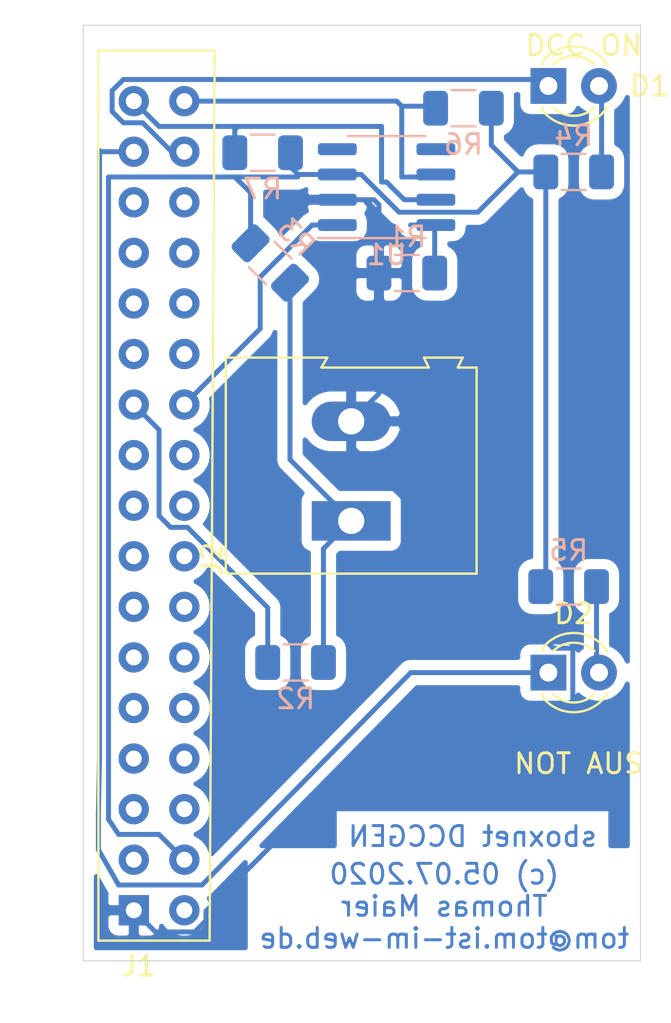
<source format=kicad_pcb>
(kicad_pcb (version 20171130) (host pcbnew 5.1.6-c6e7f7d~86~ubuntu18.04.1)

  (general
    (thickness 1.6)
    (drawings 8)
    (tracks 98)
    (zones 0)
    (modules 12)
    (nets 41)
  )

  (page A4)
  (layers
    (0 F.Cu signal)
    (31 B.Cu signal)
    (32 B.Adhes user)
    (33 F.Adhes user)
    (34 B.Paste user)
    (35 F.Paste user)
    (36 B.SilkS user)
    (37 F.SilkS user)
    (38 B.Mask user)
    (39 F.Mask user)
    (40 Dwgs.User user)
    (41 Cmts.User user)
    (42 Eco1.User user)
    (43 Eco2.User user)
    (44 Edge.Cuts user)
    (45 Margin user)
    (46 B.CrtYd user)
    (47 F.CrtYd user)
    (48 B.Fab user)
    (49 F.Fab user)
  )

  (setup
    (last_trace_width 0.25)
    (trace_clearance 0.2)
    (zone_clearance 0.508)
    (zone_45_only no)
    (trace_min 0.2)
    (via_size 0.8)
    (via_drill 0.4)
    (via_min_size 0.4)
    (via_min_drill 0.3)
    (uvia_size 0.3)
    (uvia_drill 0.1)
    (uvias_allowed no)
    (uvia_min_size 0.2)
    (uvia_min_drill 0.1)
    (edge_width 0.05)
    (segment_width 0.2)
    (pcb_text_width 0.3)
    (pcb_text_size 1.5 1.5)
    (mod_edge_width 0.12)
    (mod_text_size 1 1)
    (mod_text_width 0.15)
    (pad_size 1.524 1.524)
    (pad_drill 0.762)
    (pad_to_mask_clearance 0.051)
    (solder_mask_min_width 0.25)
    (aux_axis_origin 0 0)
    (visible_elements FFFFFF7F)
    (pcbplotparams
      (layerselection 0x010fc_ffffffff)
      (usegerberextensions false)
      (usegerberattributes false)
      (usegerberadvancedattributes false)
      (creategerberjobfile false)
      (excludeedgelayer true)
      (linewidth 0.100000)
      (plotframeref false)
      (viasonmask false)
      (mode 1)
      (useauxorigin false)
      (hpglpennumber 1)
      (hpglpenspeed 20)
      (hpglpendiameter 15.000000)
      (psnegative false)
      (psa4output false)
      (plotreference true)
      (plotvalue true)
      (plotinvisibletext false)
      (padsonsilk false)
      (subtractmaskfromsilk false)
      (outputformat 1)
      (mirror false)
      (drillshape 1)
      (scaleselection 1)
      (outputdirectory ""))
  )

  (net 0 "")
  (net 1 "Net-(D1-Pad2)")
  (net 2 PD6)
  (net 3 "Net-(D2-Pad2)")
  (net 4 PD7)
  (net 5 DCC_B)
  (net 6 "Net-(J1-Pad30)")
  (net 7 "Net-(J1-Pad28)")
  (net 8 "Net-(J1-Pad26)")
  (net 9 "Net-(J1-Pad24)")
  (net 10 Notaus)
  (net 11 DCC_A)
  (net 12 "Net-(J1-Pad29)")
  (net 13 "Net-(J1-Pad27)")
  (net 14 "Net-(J1-Pad25)")
  (net 15 "Net-(J1-Pad23)")
  (net 16 D)
  (net 17 "Net-(J1-Pad20)")
  (net 18 "Net-(J1-Pad19)")
  (net 19 "Net-(J1-Pad18)")
  (net 20 "Net-(J1-Pad17)")
  (net 21 "Net-(J1-Pad16)")
  (net 22 "Net-(J1-Pad15)")
  (net 23 "Net-(J1-Pad14)")
  (net 24 "Net-(J1-Pad13)")
  (net 25 "Net-(J1-Pad12)")
  (net 26 "Net-(J1-Pad11)")
  (net 27 "Net-(J1-Pad10)")
  (net 28 "Net-(J1-Pad9)")
  (net 29 "Net-(J1-Pad8)")
  (net 30 "Net-(J1-Pad7)")
  (net 31 "Net-(J1-Pad6)")
  (net 32 "Net-(J1-Pad5)")
  (net 33 "Net-(J1-Pad4)")
  (net 34 +3V3)
  (net 35 GND)
  (net 36 "Net-(J1-Pad1)")
  (net 37 "Net-(J2-Pad1)")
  (net 38 "Net-(R1-Pad1)")
  (net 39 "Net-(U1-Pad5)")
  (net 40 "Net-(U1-Pad4)")

  (net_class Default "This is the default net class."
    (clearance 0.2)
    (trace_width 0.25)
    (via_dia 0.8)
    (via_drill 0.4)
    (uvia_dia 0.3)
    (uvia_drill 0.1)
    (add_net +3V3)
    (add_net D)
    (add_net DCC_A)
    (add_net DCC_B)
    (add_net GND)
    (add_net "Net-(D1-Pad2)")
    (add_net "Net-(D2-Pad2)")
    (add_net "Net-(J1-Pad1)")
    (add_net "Net-(J1-Pad10)")
    (add_net "Net-(J1-Pad11)")
    (add_net "Net-(J1-Pad12)")
    (add_net "Net-(J1-Pad13)")
    (add_net "Net-(J1-Pad14)")
    (add_net "Net-(J1-Pad15)")
    (add_net "Net-(J1-Pad16)")
    (add_net "Net-(J1-Pad17)")
    (add_net "Net-(J1-Pad18)")
    (add_net "Net-(J1-Pad19)")
    (add_net "Net-(J1-Pad20)")
    (add_net "Net-(J1-Pad23)")
    (add_net "Net-(J1-Pad24)")
    (add_net "Net-(J1-Pad25)")
    (add_net "Net-(J1-Pad26)")
    (add_net "Net-(J1-Pad27)")
    (add_net "Net-(J1-Pad28)")
    (add_net "Net-(J1-Pad29)")
    (add_net "Net-(J1-Pad30)")
    (add_net "Net-(J1-Pad4)")
    (add_net "Net-(J1-Pad5)")
    (add_net "Net-(J1-Pad6)")
    (add_net "Net-(J1-Pad7)")
    (add_net "Net-(J1-Pad8)")
    (add_net "Net-(J1-Pad9)")
    (add_net "Net-(J2-Pad1)")
    (add_net "Net-(R1-Pad1)")
    (add_net "Net-(U1-Pad4)")
    (add_net "Net-(U1-Pad5)")
    (add_net Notaus)
    (add_net PD6)
    (add_net PD7)
  )

  (module Resistor_SMD:R_1206_3216Metric (layer B.Cu) (tedit 5B301BBD) (tstamp 5F089899)
    (at 35.684 55.9308)
    (descr "Resistor SMD 1206 (3216 Metric), square (rectangular) end terminal, IPC_7351 nominal, (Body size source: http://www.tortai-tech.com/upload/download/2011102023233369053.pdf), generated with kicad-footprint-generator")
    (tags resistor)
    (path /5F088297)
    (attr smd)
    (fp_text reference R7 (at 0 1.82) (layer B.SilkS)
      (effects (font (size 1 1) (thickness 0.15)) (justify mirror))
    )
    (fp_text value 120 (at 0 -1.82) (layer B.Fab)
      (effects (font (size 1 1) (thickness 0.15)) (justify mirror))
    )
    (fp_line (start 2.28 -1.12) (end -2.28 -1.12) (layer B.CrtYd) (width 0.05))
    (fp_line (start 2.28 1.12) (end 2.28 -1.12) (layer B.CrtYd) (width 0.05))
    (fp_line (start -2.28 1.12) (end 2.28 1.12) (layer B.CrtYd) (width 0.05))
    (fp_line (start -2.28 -1.12) (end -2.28 1.12) (layer B.CrtYd) (width 0.05))
    (fp_line (start -0.602064 -0.91) (end 0.602064 -0.91) (layer B.SilkS) (width 0.12))
    (fp_line (start -0.602064 0.91) (end 0.602064 0.91) (layer B.SilkS) (width 0.12))
    (fp_line (start 1.6 -0.8) (end -1.6 -0.8) (layer B.Fab) (width 0.1))
    (fp_line (start 1.6 0.8) (end 1.6 -0.8) (layer B.Fab) (width 0.1))
    (fp_line (start -1.6 0.8) (end 1.6 0.8) (layer B.Fab) (width 0.1))
    (fp_line (start -1.6 -0.8) (end -1.6 0.8) (layer B.Fab) (width 0.1))
    (fp_text user %R (at 0.234999 -0.187799) (layer B.Fab)
      (effects (font (size 0.8 0.8) (thickness 0.12)) (justify mirror))
    )
    (pad 2 smd roundrect (at 1.4 0) (size 1.25 1.75) (layers B.Cu B.Paste B.Mask) (roundrect_rratio 0.2)
      (net 34 +3V3))
    (pad 1 smd roundrect (at -1.4 0) (size 1.25 1.75) (layers B.Cu B.Paste B.Mask) (roundrect_rratio 0.2)
      (net 5 DCC_B))
    (model ${KISYS3DMOD}/Resistor_SMD.3dshapes/R_1206_3216Metric.wrl
      (at (xyz 0 0 0))
      (scale (xyz 1 1 1))
      (rotate (xyz 0 0 0))
    )
  )

  (module Resistor_SMD:R_1206_3216Metric (layer B.Cu) (tedit 5B301BBD) (tstamp 5F089888)
    (at 45.7708 53.6956)
    (descr "Resistor SMD 1206 (3216 Metric), square (rectangular) end terminal, IPC_7351 nominal, (Body size source: http://www.tortai-tech.com/upload/download/2011102023233369053.pdf), generated with kicad-footprint-generator")
    (tags resistor)
    (path /5F088916)
    (attr smd)
    (fp_text reference R6 (at 0 1.82) (layer B.SilkS)
      (effects (font (size 1 1) (thickness 0.15)) (justify mirror))
    )
    (fp_text value 120 (at 0 -1.82) (layer B.Fab)
      (effects (font (size 1 1) (thickness 0.15)) (justify mirror))
    )
    (fp_line (start 2.28 -1.12) (end -2.28 -1.12) (layer B.CrtYd) (width 0.05))
    (fp_line (start 2.28 1.12) (end 2.28 -1.12) (layer B.CrtYd) (width 0.05))
    (fp_line (start -2.28 1.12) (end 2.28 1.12) (layer B.CrtYd) (width 0.05))
    (fp_line (start -2.28 -1.12) (end -2.28 1.12) (layer B.CrtYd) (width 0.05))
    (fp_line (start -0.602064 -0.91) (end 0.602064 -0.91) (layer B.SilkS) (width 0.12))
    (fp_line (start -0.602064 0.91) (end 0.602064 0.91) (layer B.SilkS) (width 0.12))
    (fp_line (start 1.6 -0.8) (end -1.6 -0.8) (layer B.Fab) (width 0.1))
    (fp_line (start 1.6 0.8) (end 1.6 -0.8) (layer B.Fab) (width 0.1))
    (fp_line (start -1.6 0.8) (end 1.6 0.8) (layer B.Fab) (width 0.1))
    (fp_line (start -1.6 -0.8) (end -1.6 0.8) (layer B.Fab) (width 0.1))
    (fp_text user %R (at 0 0) (layer B.Fab)
      (effects (font (size 0.8 0.8) (thickness 0.12)) (justify mirror))
    )
    (pad 2 smd roundrect (at 1.4 0) (size 1.25 1.75) (layers B.Cu B.Paste B.Mask) (roundrect_rratio 0.2)
      (net 34 +3V3))
    (pad 1 smd roundrect (at -1.4 0) (size 1.25 1.75) (layers B.Cu B.Paste B.Mask) (roundrect_rratio 0.2)
      (net 11 DCC_A))
    (model ${KISYS3DMOD}/Resistor_SMD.3dshapes/R_1206_3216Metric.wrl
      (at (xyz 0 0 0))
      (scale (xyz 1 1 1))
      (rotate (xyz 0 0 0))
    )
  )

  (module LED_THT:LED_D3.0mm (layer F.Cu) (tedit 587A3A7B) (tstamp 5F02A228)
    (at 50.038 52.578)
    (descr "LED, diameter 3.0mm, 2 pins")
    (tags "LED diameter 3.0mm 2 pins")
    (path /5DD0529F)
    (fp_text reference D1 (at 5.08 0) (layer F.SilkS)
      (effects (font (size 1 1) (thickness 0.15)))
    )
    (fp_text value LED (at 1.27 2.96) (layer F.Fab)
      (effects (font (size 1 1) (thickness 0.15)))
    )
    (fp_circle (center 1.27 0) (end 2.77 0) (layer F.Fab) (width 0.1))
    (fp_line (start -0.23 -1.16619) (end -0.23 1.16619) (layer F.Fab) (width 0.1))
    (fp_line (start -0.29 -1.236) (end -0.29 -1.08) (layer F.SilkS) (width 0.12))
    (fp_line (start -0.29 1.08) (end -0.29 1.236) (layer F.SilkS) (width 0.12))
    (fp_line (start -1.15 -2.25) (end -1.15 2.25) (layer F.CrtYd) (width 0.05))
    (fp_line (start -1.15 2.25) (end 3.7 2.25) (layer F.CrtYd) (width 0.05))
    (fp_line (start 3.7 2.25) (end 3.7 -2.25) (layer F.CrtYd) (width 0.05))
    (fp_line (start 3.7 -2.25) (end -1.15 -2.25) (layer F.CrtYd) (width 0.05))
    (fp_arc (start 1.27 0) (end 0.229039 1.08) (angle -87.9) (layer F.SilkS) (width 0.12))
    (fp_arc (start 1.27 0) (end 0.229039 -1.08) (angle 87.9) (layer F.SilkS) (width 0.12))
    (fp_arc (start 1.27 0) (end -0.29 1.235516) (angle -108.8) (layer F.SilkS) (width 0.12))
    (fp_arc (start 1.27 0) (end -0.29 -1.235516) (angle 108.8) (layer F.SilkS) (width 0.12))
    (fp_arc (start 1.27 0) (end -0.23 -1.16619) (angle 284.3) (layer F.Fab) (width 0.1))
    (pad 2 thru_hole circle (at 2.54 0) (size 1.8 1.8) (drill 0.9) (layers *.Cu *.Mask)
      (net 1 "Net-(D1-Pad2)"))
    (pad 1 thru_hole rect (at 0 0) (size 1.8 1.8) (drill 0.9) (layers *.Cu *.Mask)
      (net 2 PD6))
    (model ${KISYS3DMOD}/LED_THT.3dshapes/LED_D3.0mm.wrl
      (at (xyz 0 0 0))
      (scale (xyz 1 1 1))
      (rotate (xyz 0 0 0))
    )
  )

  (module Resistor_SMD:R_1206_3216Metric (layer B.Cu) (tedit 5B301BBD) (tstamp 5F023EA8)
    (at 51.308 56.896 180)
    (descr "Resistor SMD 1206 (3216 Metric), square (rectangular) end terminal, IPC_7351 nominal, (Body size source: http://www.tortai-tech.com/upload/download/2011102023233369053.pdf), generated with kicad-footprint-generator")
    (tags resistor)
    (path /5DD0451E)
    (attr smd)
    (fp_text reference R4 (at 0 1.82) (layer B.SilkS)
      (effects (font (size 1 1) (thickness 0.15)) (justify mirror))
    )
    (fp_text value 680 (at 0 -1.82) (layer B.Fab)
      (effects (font (size 1 1) (thickness 0.15)) (justify mirror))
    )
    (fp_line (start 2.28 -1.12) (end -2.28 -1.12) (layer B.CrtYd) (width 0.05))
    (fp_line (start 2.28 1.12) (end 2.28 -1.12) (layer B.CrtYd) (width 0.05))
    (fp_line (start -2.28 1.12) (end 2.28 1.12) (layer B.CrtYd) (width 0.05))
    (fp_line (start -2.28 -1.12) (end -2.28 1.12) (layer B.CrtYd) (width 0.05))
    (fp_line (start -0.602064 -0.91) (end 0.602064 -0.91) (layer B.SilkS) (width 0.12))
    (fp_line (start -0.602064 0.91) (end 0.602064 0.91) (layer B.SilkS) (width 0.12))
    (fp_line (start 1.6 -0.8) (end -1.6 -0.8) (layer B.Fab) (width 0.1))
    (fp_line (start 1.6 0.8) (end 1.6 -0.8) (layer B.Fab) (width 0.1))
    (fp_line (start -1.6 0.8) (end 1.6 0.8) (layer B.Fab) (width 0.1))
    (fp_line (start -1.6 -0.8) (end -1.6 0.8) (layer B.Fab) (width 0.1))
    (fp_text user %R (at 0 0) (layer B.Fab)
      (effects (font (size 0.8 0.8) (thickness 0.12)) (justify mirror))
    )
    (pad 2 smd roundrect (at 1.4 0 180) (size 1.25 1.75) (layers B.Cu B.Paste B.Mask) (roundrect_rratio 0.2)
      (net 34 +3V3))
    (pad 1 smd roundrect (at -1.4 0 180) (size 1.25 1.75) (layers B.Cu B.Paste B.Mask) (roundrect_rratio 0.2)
      (net 1 "Net-(D1-Pad2)"))
    (model ${KISYS3DMOD}/Resistor_SMD.3dshapes/R_1206_3216Metric.wrl
      (at (xyz 0 0 0))
      (scale (xyz 1 1 1))
      (rotate (xyz 0 0 0))
    )
  )

  (module LED_THT:LED_D3.0mm (layer F.Cu) (tedit 587A3A7B) (tstamp 5F029C36)
    (at 50.038 82.042)
    (descr "LED, diameter 3.0mm, 2 pins")
    (tags "LED diameter 3.0mm 2 pins")
    (path /5DD061F3)
    (fp_text reference D2 (at 1.27 -2.96) (layer F.SilkS)
      (effects (font (size 1 1) (thickness 0.15)))
    )
    (fp_text value LED (at 1.27 2.96) (layer F.Fab)
      (effects (font (size 1 1) (thickness 0.15)))
    )
    (fp_circle (center 1.27 0) (end 2.77 0) (layer F.Fab) (width 0.1))
    (fp_line (start -0.23 -1.16619) (end -0.23 1.16619) (layer F.Fab) (width 0.1))
    (fp_line (start -0.29 -1.236) (end -0.29 -1.08) (layer F.SilkS) (width 0.12))
    (fp_line (start -0.29 1.08) (end -0.29 1.236) (layer F.SilkS) (width 0.12))
    (fp_line (start -1.15 -2.25) (end -1.15 2.25) (layer F.CrtYd) (width 0.05))
    (fp_line (start -1.15 2.25) (end 3.7 2.25) (layer F.CrtYd) (width 0.05))
    (fp_line (start 3.7 2.25) (end 3.7 -2.25) (layer F.CrtYd) (width 0.05))
    (fp_line (start 3.7 -2.25) (end -1.15 -2.25) (layer F.CrtYd) (width 0.05))
    (fp_arc (start 1.27 0) (end 0.229039 1.08) (angle -87.9) (layer F.SilkS) (width 0.12))
    (fp_arc (start 1.27 0) (end 0.229039 -1.08) (angle 87.9) (layer F.SilkS) (width 0.12))
    (fp_arc (start 1.27 0) (end -0.29 1.235516) (angle -108.8) (layer F.SilkS) (width 0.12))
    (fp_arc (start 1.27 0) (end -0.29 -1.235516) (angle 108.8) (layer F.SilkS) (width 0.12))
    (fp_arc (start 1.27 0) (end -0.23 -1.16619) (angle 284.3) (layer F.Fab) (width 0.1))
    (pad 2 thru_hole circle (at 2.54 0) (size 1.8 1.8) (drill 0.9) (layers *.Cu *.Mask)
      (net 3 "Net-(D2-Pad2)"))
    (pad 1 thru_hole rect (at 0 0) (size 1.8 1.8) (drill 0.9) (layers *.Cu *.Mask)
      (net 4 PD7))
    (model ${KISYS3DMOD}/LED_THT.3dshapes/LED_D3.0mm.wrl
      (at (xyz 0 0 0))
      (scale (xyz 1 1 1))
      (rotate (xyz 0 0 0))
    )
  )

  (module Package_SO:SOIC-8_3.9x4.9mm_P1.27mm (layer B.Cu) (tedit 5C97300E) (tstamp 5DBBD1D0)
    (at 41.91 57.658)
    (descr "SOIC, 8 Pin (JEDEC MS-012AA, https://www.analog.com/media/en/package-pcb-resources/package/pkg_pdf/soic_narrow-r/r_8.pdf), generated with kicad-footprint-generator ipc_gullwing_generator.py")
    (tags "SOIC SO")
    (path /5DCFDCD4)
    (attr smd)
    (fp_text reference U1 (at 0 3.4) (layer B.SilkS)
      (effects (font (size 1 1) (thickness 0.15)) (justify mirror))
    )
    (fp_text value SN65HVD230 (at 0 -3.4) (layer B.Fab)
      (effects (font (size 1 1) (thickness 0.15)) (justify mirror))
    )
    (fp_line (start 3.7 2.7) (end -3.7 2.7) (layer B.CrtYd) (width 0.05))
    (fp_line (start 3.7 -2.7) (end 3.7 2.7) (layer B.CrtYd) (width 0.05))
    (fp_line (start -3.7 -2.7) (end 3.7 -2.7) (layer B.CrtYd) (width 0.05))
    (fp_line (start -3.7 2.7) (end -3.7 -2.7) (layer B.CrtYd) (width 0.05))
    (fp_line (start -1.95 1.475) (end -0.975 2.45) (layer B.Fab) (width 0.1))
    (fp_line (start -1.95 -2.45) (end -1.95 1.475) (layer B.Fab) (width 0.1))
    (fp_line (start 1.95 -2.45) (end -1.95 -2.45) (layer B.Fab) (width 0.1))
    (fp_line (start 1.95 2.45) (end 1.95 -2.45) (layer B.Fab) (width 0.1))
    (fp_line (start -0.975 2.45) (end 1.95 2.45) (layer B.Fab) (width 0.1))
    (fp_line (start 0 2.56) (end -3.45 2.56) (layer B.SilkS) (width 0.12))
    (fp_line (start 0 2.56) (end 1.95 2.56) (layer B.SilkS) (width 0.12))
    (fp_line (start 0 -2.56) (end -1.95 -2.56) (layer B.SilkS) (width 0.12))
    (fp_line (start 0 -2.56) (end 1.95 -2.56) (layer B.SilkS) (width 0.12))
    (fp_text user %R (at 0 0) (layer B.Fab)
      (effects (font (size 0.98 0.98) (thickness 0.15)) (justify mirror))
    )
    (pad 8 smd roundrect (at 2.475 1.905) (size 1.95 0.6) (layers B.Cu B.Paste B.Mask) (roundrect_rratio 0.25)
      (net 38 "Net-(R1-Pad1)"))
    (pad 7 smd roundrect (at 2.475 0.635) (size 1.95 0.6) (layers B.Cu B.Paste B.Mask) (roundrect_rratio 0.25)
      (net 5 DCC_B))
    (pad 6 smd roundrect (at 2.475 -0.635) (size 1.95 0.6) (layers B.Cu B.Paste B.Mask) (roundrect_rratio 0.25)
      (net 11 DCC_A))
    (pad 5 smd roundrect (at 2.475 -1.905) (size 1.95 0.6) (layers B.Cu B.Paste B.Mask) (roundrect_rratio 0.25)
      (net 39 "Net-(U1-Pad5)"))
    (pad 4 smd roundrect (at -2.475 -1.905) (size 1.95 0.6) (layers B.Cu B.Paste B.Mask) (roundrect_rratio 0.25)
      (net 40 "Net-(U1-Pad4)"))
    (pad 3 smd roundrect (at -2.475 -0.635) (size 1.95 0.6) (layers B.Cu B.Paste B.Mask) (roundrect_rratio 0.25)
      (net 34 +3V3))
    (pad 2 smd roundrect (at -2.475 0.635) (size 1.95 0.6) (layers B.Cu B.Paste B.Mask) (roundrect_rratio 0.25)
      (net 35 GND))
    (pad 1 smd roundrect (at -2.475 1.905) (size 1.95 0.6) (layers B.Cu B.Paste B.Mask) (roundrect_rratio 0.25)
      (net 16 D))
    (model ${KISYS3DMOD}/Package_SO.3dshapes/SOIC-8_3.9x4.9mm_P1.27mm.wrl
      (at (xyz 0 0 0))
      (scale (xyz 1 1 1))
      (rotate (xyz 0 0 0))
    )
  )

  (module sboxnet:sboxnet-stecker-2x17 (layer F.Cu) (tedit 5D9A08CB) (tstamp 5DBBD12D)
    (at 31.75 96.52 180)
    (path /5DCF4AB8)
    (fp_text reference J1 (at 2.286 -0.254) (layer F.SilkS)
      (effects (font (size 1 1) (thickness 0.15)))
    )
    (fp_text value sboxnet-stecker_02x17 (at 0.254 -2.286) (layer F.Fab)
      (effects (font (size 1 1) (thickness 0.15)))
    )
    (fp_line (start 4.318 1.016) (end -1.27 1.016) (layer F.SilkS) (width 0.12))
    (fp_line (start 4.318 1.778) (end 4.318 1.016) (layer F.SilkS) (width 0.12))
    (fp_line (start 4.318 45.72) (end 4.318 1.778) (layer F.SilkS) (width 0.12))
    (fp_line (start -1.524 45.72) (end 4.318 45.72) (layer F.SilkS) (width 0.12))
    (fp_line (start -1.27 1.016) (end -1.524 45.72) (layer F.SilkS) (width 0.12))
    (pad 34 thru_hole circle (at 2.54 43.18 180) (size 1.524 1.524) (drill 0.8) (layers *.Cu *.Mask)
      (net 5 DCC_B))
    (pad 32 thru_hole circle (at 2.54 40.64 180) (size 1.524 1.524) (drill 0.8) (layers *.Cu *.Mask)
      (net 4 PD7))
    (pad 30 thru_hole circle (at 2.54 38.1 180) (size 1.524 1.524) (drill 0.8) (layers *.Cu *.Mask)
      (net 6 "Net-(J1-Pad30)"))
    (pad 28 thru_hole circle (at 2.54 35.56 180) (size 1.524 1.524) (drill 0.8) (layers *.Cu *.Mask)
      (net 7 "Net-(J1-Pad28)"))
    (pad 26 thru_hole circle (at 2.54 33.02 180) (size 1.524 1.524) (drill 0.8) (layers *.Cu *.Mask)
      (net 8 "Net-(J1-Pad26)"))
    (pad 24 thru_hole circle (at 2.54 30.48 180) (size 1.524 1.524) (drill 0.8) (layers *.Cu *.Mask)
      (net 9 "Net-(J1-Pad24)"))
    (pad 22 thru_hole circle (at 2.54 27.94 180) (size 1.524 1.524) (drill 0.8) (layers *.Cu *.Mask)
      (net 10 Notaus))
    (pad 33 thru_hole circle (at 0 43.18 180) (size 1.524 1.524) (drill 0.8) (layers *.Cu *.Mask)
      (net 11 DCC_A))
    (pad 31 thru_hole circle (at 0 40.64 180) (size 1.524 1.524) (drill 0.8) (layers *.Cu *.Mask)
      (net 2 PD6))
    (pad 29 thru_hole circle (at 0 38.1 180) (size 1.524 1.524) (drill 0.8) (layers *.Cu *.Mask)
      (net 12 "Net-(J1-Pad29)"))
    (pad 27 thru_hole circle (at 0 35.56 180) (size 1.524 1.524) (drill 0.8) (layers *.Cu *.Mask)
      (net 13 "Net-(J1-Pad27)"))
    (pad 25 thru_hole circle (at 0 33.02 180) (size 1.524 1.524) (drill 0.8) (layers *.Cu *.Mask)
      (net 14 "Net-(J1-Pad25)"))
    (pad 23 thru_hole circle (at 0 30.48 180) (size 1.524 1.524) (drill 0.8) (layers *.Cu *.Mask)
      (net 15 "Net-(J1-Pad23)"))
    (pad 21 thru_hole circle (at 0 27.94 180) (size 1.524 1.524) (drill 0.8) (layers *.Cu *.Mask)
      (net 16 D))
    (pad 20 thru_hole circle (at 2.54 25.4 180) (size 1.524 1.524) (drill 0.8) (layers *.Cu *.Mask)
      (net 17 "Net-(J1-Pad20)"))
    (pad 19 thru_hole circle (at 0 25.4 180) (size 1.524 1.524) (drill 0.8) (layers *.Cu *.Mask)
      (net 18 "Net-(J1-Pad19)"))
    (pad 18 thru_hole circle (at 2.54 22.86 180) (size 1.524 1.524) (drill 0.8) (layers *.Cu *.Mask)
      (net 19 "Net-(J1-Pad18)"))
    (pad 17 thru_hole circle (at 0 22.86 180) (size 1.524 1.524) (drill 0.8) (layers *.Cu *.Mask)
      (net 20 "Net-(J1-Pad17)"))
    (pad 16 thru_hole circle (at 2.54 20.32 180) (size 1.524 1.524) (drill 0.8) (layers *.Cu *.Mask)
      (net 21 "Net-(J1-Pad16)"))
    (pad 15 thru_hole circle (at 0 20.32 180) (size 1.524 1.524) (drill 0.8) (layers *.Cu *.Mask)
      (net 22 "Net-(J1-Pad15)"))
    (pad 14 thru_hole circle (at 2.54 17.78 180) (size 1.524 1.524) (drill 0.8) (layers *.Cu *.Mask)
      (net 23 "Net-(J1-Pad14)"))
    (pad 13 thru_hole circle (at 0 17.78 180) (size 1.524 1.524) (drill 0.8) (layers *.Cu *.Mask)
      (net 24 "Net-(J1-Pad13)"))
    (pad 12 thru_hole circle (at 2.54 15.24 180) (size 1.524 1.524) (drill 0.8) (layers *.Cu *.Mask)
      (net 25 "Net-(J1-Pad12)"))
    (pad 11 thru_hole circle (at 0 15.24 180) (size 1.524 1.524) (drill 0.8) (layers *.Cu *.Mask)
      (net 26 "Net-(J1-Pad11)"))
    (pad 10 thru_hole circle (at 2.54 12.7 180) (size 1.524 1.524) (drill 0.8) (layers *.Cu *.Mask)
      (net 27 "Net-(J1-Pad10)"))
    (pad 9 thru_hole circle (at 0 12.7 180) (size 1.524 1.524) (drill 0.8) (layers *.Cu *.Mask)
      (net 28 "Net-(J1-Pad9)"))
    (pad 8 thru_hole circle (at 2.54 10.16 180) (size 1.524 1.524) (drill 0.8) (layers *.Cu *.Mask)
      (net 29 "Net-(J1-Pad8)"))
    (pad 7 thru_hole circle (at 0 10.16 180) (size 1.524 1.524) (drill 0.8) (layers *.Cu *.Mask)
      (net 30 "Net-(J1-Pad7)"))
    (pad 6 thru_hole circle (at 2.54 7.62 180) (size 1.524 1.524) (drill 0.8) (layers *.Cu *.Mask)
      (net 31 "Net-(J1-Pad6)"))
    (pad 5 thru_hole circle (at 0 7.62 180) (size 1.524 1.524) (drill 0.8) (layers *.Cu *.Mask)
      (net 32 "Net-(J1-Pad5)"))
    (pad 4 thru_hole circle (at 2.54 5.08 180) (size 1.524 1.524) (drill 0.8) (layers *.Cu *.Mask)
      (net 33 "Net-(J1-Pad4)"))
    (pad 3 thru_hole circle (at 0 5.08 180) (size 1.524 1.524) (drill 0.8) (layers *.Cu *.Mask)
      (net 34 +3V3))
    (pad 2 thru_hole rect (at 2.54 2.54 180) (size 1.524 1.524) (drill 0.8) (layers *.Cu *.Mask)
      (net 35 GND))
    (pad 1 thru_hole circle (at 0 2.54 180) (size 1.524 1.524) (drill 0.8) (layers *.Cu *.Mask)
      (net 36 "Net-(J1-Pad1)"))
  )

  (module TerminalBlock:TerminalBlock_Altech_AK300-2_P5.00mm (layer F.Cu) (tedit 59FF0306) (tstamp 5F0283E5)
    (at 40.132 74.422 90)
    (descr "Altech AK300 terminal block, pitch 5.0mm, 45 degree angled, see http://www.mouser.com/ds/2/16/PCBMETRC-24178.pdf")
    (tags "Altech AK300 terminal block pitch 5.0mm")
    (path /5F02AA85)
    (fp_text reference J2 (at -1.92 -6.99 90) (layer F.SilkS)
      (effects (font (size 1 1) (thickness 0.15)))
    )
    (fp_text value Screw_Terminal_01x02 (at 2.78 7.75 90) (layer F.Fab)
      (effects (font (size 1 1) (thickness 0.15)))
    )
    (fp_line (start -2.65 -6.3) (end -2.65 6.3) (layer F.SilkS) (width 0.12))
    (fp_line (start -2.65 6.3) (end 7.7 6.3) (layer F.SilkS) (width 0.12))
    (fp_line (start 7.7 6.3) (end 7.7 5.35) (layer F.SilkS) (width 0.12))
    (fp_line (start 7.7 5.35) (end 8.2 5.6) (layer F.SilkS) (width 0.12))
    (fp_line (start 8.2 5.6) (end 8.2 3.7) (layer F.SilkS) (width 0.12))
    (fp_line (start 8.2 3.7) (end 8.2 3.65) (layer F.SilkS) (width 0.12))
    (fp_line (start 8.2 3.65) (end 7.7 3.9) (layer F.SilkS) (width 0.12))
    (fp_line (start 7.7 3.9) (end 7.7 -1.5) (layer F.SilkS) (width 0.12))
    (fp_line (start 7.7 -1.5) (end 8.2 -1.2) (layer F.SilkS) (width 0.12))
    (fp_line (start 8.2 -1.2) (end 8.2 -6.3) (layer F.SilkS) (width 0.12))
    (fp_line (start 8.2 -6.3) (end -2.65 -6.3) (layer F.SilkS) (width 0.12))
    (fp_line (start -1.26 2.54) (end 1.28 2.54) (layer F.Fab) (width 0.1))
    (fp_line (start 1.28 2.54) (end 1.28 -0.25) (layer F.Fab) (width 0.1))
    (fp_line (start -1.26 -0.25) (end 1.28 -0.25) (layer F.Fab) (width 0.1))
    (fp_line (start -1.26 2.54) (end -1.26 -0.25) (layer F.Fab) (width 0.1))
    (fp_line (start 3.74 2.54) (end 6.28 2.54) (layer F.Fab) (width 0.1))
    (fp_line (start 6.28 2.54) (end 6.28 -0.25) (layer F.Fab) (width 0.1))
    (fp_line (start 3.74 -0.25) (end 6.28 -0.25) (layer F.Fab) (width 0.1))
    (fp_line (start 3.74 2.54) (end 3.74 -0.25) (layer F.Fab) (width 0.1))
    (fp_line (start 7.61 -6.22) (end 7.61 -3.17) (layer F.Fab) (width 0.1))
    (fp_line (start 7.61 -6.22) (end -2.58 -6.22) (layer F.Fab) (width 0.1))
    (fp_line (start 7.61 -6.22) (end 8.11 -6.22) (layer F.Fab) (width 0.1))
    (fp_line (start 8.11 -6.22) (end 8.11 -1.4) (layer F.Fab) (width 0.1))
    (fp_line (start 8.11 -1.4) (end 7.61 -1.65) (layer F.Fab) (width 0.1))
    (fp_line (start 8.11 5.46) (end 7.61 5.21) (layer F.Fab) (width 0.1))
    (fp_line (start 7.61 5.21) (end 7.61 6.22) (layer F.Fab) (width 0.1))
    (fp_line (start 8.11 3.81) (end 7.61 4.06) (layer F.Fab) (width 0.1))
    (fp_line (start 7.61 4.06) (end 7.61 5.21) (layer F.Fab) (width 0.1))
    (fp_line (start 8.11 3.81) (end 8.11 5.46) (layer F.Fab) (width 0.1))
    (fp_line (start 2.98 6.22) (end 2.98 4.32) (layer F.Fab) (width 0.1))
    (fp_line (start 7.05 -0.25) (end 7.05 4.32) (layer F.Fab) (width 0.1))
    (fp_line (start 2.98 6.22) (end 7.05 6.22) (layer F.Fab) (width 0.1))
    (fp_line (start 7.05 6.22) (end 7.61 6.22) (layer F.Fab) (width 0.1))
    (fp_line (start 2.04 6.22) (end 2.04 4.32) (layer F.Fab) (width 0.1))
    (fp_line (start 2.04 6.22) (end 2.98 6.22) (layer F.Fab) (width 0.1))
    (fp_line (start -2.02 -0.25) (end -2.02 4.32) (layer F.Fab) (width 0.1))
    (fp_line (start -2.58 6.22) (end -2.02 6.22) (layer F.Fab) (width 0.1))
    (fp_line (start -2.02 6.22) (end 2.04 6.22) (layer F.Fab) (width 0.1))
    (fp_line (start 2.98 4.32) (end 7.05 4.32) (layer F.Fab) (width 0.1))
    (fp_line (start 2.98 4.32) (end 2.98 -0.25) (layer F.Fab) (width 0.1))
    (fp_line (start 7.05 4.32) (end 7.05 6.22) (layer F.Fab) (width 0.1))
    (fp_line (start 2.04 4.32) (end -2.02 4.32) (layer F.Fab) (width 0.1))
    (fp_line (start 2.04 4.32) (end 2.04 -0.25) (layer F.Fab) (width 0.1))
    (fp_line (start -2.02 4.32) (end -2.02 6.22) (layer F.Fab) (width 0.1))
    (fp_line (start 6.67 3.68) (end 6.67 0.51) (layer F.Fab) (width 0.1))
    (fp_line (start 6.67 3.68) (end 3.36 3.68) (layer F.Fab) (width 0.1))
    (fp_line (start 3.36 3.68) (end 3.36 0.51) (layer F.Fab) (width 0.1))
    (fp_line (start 1.66 3.68) (end 1.66 0.51) (layer F.Fab) (width 0.1))
    (fp_line (start 1.66 3.68) (end -1.64 3.68) (layer F.Fab) (width 0.1))
    (fp_line (start -1.64 3.68) (end -1.64 0.51) (layer F.Fab) (width 0.1))
    (fp_line (start -1.64 0.51) (end -1.26 0.51) (layer F.Fab) (width 0.1))
    (fp_line (start 1.66 0.51) (end 1.28 0.51) (layer F.Fab) (width 0.1))
    (fp_line (start 3.36 0.51) (end 3.74 0.51) (layer F.Fab) (width 0.1))
    (fp_line (start 6.67 0.51) (end 6.28 0.51) (layer F.Fab) (width 0.1))
    (fp_line (start -2.58 6.22) (end -2.58 -0.64) (layer F.Fab) (width 0.1))
    (fp_line (start -2.58 -0.64) (end -2.58 -3.17) (layer F.Fab) (width 0.1))
    (fp_line (start 7.61 -1.65) (end 7.61 -0.64) (layer F.Fab) (width 0.1))
    (fp_line (start 7.61 -0.64) (end 7.61 4.06) (layer F.Fab) (width 0.1))
    (fp_line (start -2.58 -3.17) (end 7.61 -3.17) (layer F.Fab) (width 0.1))
    (fp_line (start -2.58 -3.17) (end -2.58 -6.22) (layer F.Fab) (width 0.1))
    (fp_line (start 7.61 -3.17) (end 7.61 -1.65) (layer F.Fab) (width 0.1))
    (fp_line (start 2.98 -3.43) (end 2.98 -5.97) (layer F.Fab) (width 0.1))
    (fp_line (start 2.98 -5.97) (end 7.05 -5.97) (layer F.Fab) (width 0.1))
    (fp_line (start 7.05 -5.97) (end 7.05 -3.43) (layer F.Fab) (width 0.1))
    (fp_line (start 7.05 -3.43) (end 2.98 -3.43) (layer F.Fab) (width 0.1))
    (fp_line (start 2.04 -3.43) (end 2.04 -5.97) (layer F.Fab) (width 0.1))
    (fp_line (start 2.04 -3.43) (end -2.02 -3.43) (layer F.Fab) (width 0.1))
    (fp_line (start -2.02 -3.43) (end -2.02 -5.97) (layer F.Fab) (width 0.1))
    (fp_line (start 2.04 -5.97) (end -2.02 -5.97) (layer F.Fab) (width 0.1))
    (fp_line (start 3.39 -4.45) (end 6.44 -5.08) (layer F.Fab) (width 0.1))
    (fp_line (start 3.52 -4.32) (end 6.56 -4.95) (layer F.Fab) (width 0.1))
    (fp_line (start -1.62 -4.45) (end 1.44 -5.08) (layer F.Fab) (width 0.1))
    (fp_line (start -1.49 -4.32) (end 1.56 -4.95) (layer F.Fab) (width 0.1))
    (fp_line (start -2.02 -0.25) (end -1.64 -0.25) (layer F.Fab) (width 0.1))
    (fp_line (start 2.04 -0.25) (end 1.66 -0.25) (layer F.Fab) (width 0.1))
    (fp_line (start 1.66 -0.25) (end -1.64 -0.25) (layer F.Fab) (width 0.1))
    (fp_line (start -2.58 -0.64) (end -1.64 -0.64) (layer F.Fab) (width 0.1))
    (fp_line (start -1.64 -0.64) (end 1.66 -0.64) (layer F.Fab) (width 0.1))
    (fp_line (start 1.66 -0.64) (end 3.36 -0.64) (layer F.Fab) (width 0.1))
    (fp_line (start 7.61 -0.64) (end 6.67 -0.64) (layer F.Fab) (width 0.1))
    (fp_line (start 6.67 -0.64) (end 3.36 -0.64) (layer F.Fab) (width 0.1))
    (fp_line (start 7.05 -0.25) (end 6.67 -0.25) (layer F.Fab) (width 0.1))
    (fp_line (start 2.98 -0.25) (end 3.36 -0.25) (layer F.Fab) (width 0.1))
    (fp_line (start 3.36 -0.25) (end 6.67 -0.25) (layer F.Fab) (width 0.1))
    (fp_line (start -2.83 -6.47) (end 8.36 -6.47) (layer F.CrtYd) (width 0.05))
    (fp_line (start -2.83 -6.47) (end -2.83 6.47) (layer F.CrtYd) (width 0.05))
    (fp_line (start 8.36 6.47) (end 8.36 -6.47) (layer F.CrtYd) (width 0.05))
    (fp_line (start 8.36 6.47) (end -2.83 6.47) (layer F.CrtYd) (width 0.05))
    (fp_arc (start -1.13 -4.65) (end -1.42 -4.13) (angle 104.2) (layer F.Fab) (width 0.1))
    (fp_arc (start -0.01 -3.71) (end -1.62 -5) (angle 100) (layer F.Fab) (width 0.1))
    (fp_arc (start 0.06 -6.07) (end 1.53 -4.12) (angle 75.5) (layer F.Fab) (width 0.1))
    (fp_arc (start 1.03 -4.59) (end 1.53 -5.05) (angle 90.5) (layer F.Fab) (width 0.1))
    (fp_arc (start 3.87 -4.65) (end 3.58 -4.13) (angle 104.2) (layer F.Fab) (width 0.1))
    (fp_arc (start 4.99 -3.71) (end 3.39 -5) (angle 100) (layer F.Fab) (width 0.1))
    (fp_arc (start 5.07 -6.07) (end 6.53 -4.12) (angle 75.5) (layer F.Fab) (width 0.1))
    (fp_arc (start 6.03 -4.59) (end 6.54 -5.05) (angle 90.5) (layer F.Fab) (width 0.1))
    (fp_text user %R (at 2.5 -2 90) (layer F.Fab)
      (effects (font (size 1 1) (thickness 0.15)))
    )
    (pad 2 thru_hole oval (at 5 0 90) (size 1.98 3.96) (drill 1.32) (layers *.Cu *.Mask)
      (net 35 GND))
    (pad 1 thru_hole rect (at 0 0 90) (size 1.98 3.96) (drill 1.32) (layers *.Cu *.Mask)
      (net 37 "Net-(J2-Pad1)"))
    (model ${KISYS3DMOD}/TerminalBlock.3dshapes/TerminalBlock_Altech_AK300-2_P5.00mm.wrl
      (at (xyz 0 0 0))
      (scale (xyz 1 1 1))
      (rotate (xyz 0 0 0))
    )
  )

  (module Resistor_SMD:R_1206_3216Metric (layer B.Cu) (tedit 5B301BBD) (tstamp 5F028BD3)
    (at 42.926 61.976 180)
    (descr "Resistor SMD 1206 (3216 Metric), square (rectangular) end terminal, IPC_7351 nominal, (Body size source: http://www.tortai-tech.com/upload/download/2011102023233369053.pdf), generated with kicad-footprint-generator")
    (tags resistor)
    (path /5DD0293C)
    (attr smd)
    (fp_text reference R1 (at 0 1.82) (layer B.SilkS)
      (effects (font (size 1 1) (thickness 0.15)) (justify mirror))
    )
    (fp_text value 0 (at 0 -1.82) (layer B.Fab)
      (effects (font (size 1 1) (thickness 0.15)) (justify mirror))
    )
    (fp_line (start 2.28 -1.12) (end -2.28 -1.12) (layer B.CrtYd) (width 0.05))
    (fp_line (start 2.28 1.12) (end 2.28 -1.12) (layer B.CrtYd) (width 0.05))
    (fp_line (start -2.28 1.12) (end 2.28 1.12) (layer B.CrtYd) (width 0.05))
    (fp_line (start -2.28 -1.12) (end -2.28 1.12) (layer B.CrtYd) (width 0.05))
    (fp_line (start -0.602064 -0.91) (end 0.602064 -0.91) (layer B.SilkS) (width 0.12))
    (fp_line (start -0.602064 0.91) (end 0.602064 0.91) (layer B.SilkS) (width 0.12))
    (fp_line (start 1.6 -0.8) (end -1.6 -0.8) (layer B.Fab) (width 0.1))
    (fp_line (start 1.6 0.8) (end 1.6 -0.8) (layer B.Fab) (width 0.1))
    (fp_line (start -1.6 0.8) (end 1.6 0.8) (layer B.Fab) (width 0.1))
    (fp_line (start -1.6 -0.8) (end -1.6 0.8) (layer B.Fab) (width 0.1))
    (fp_text user %R (at 0 0) (layer B.Fab)
      (effects (font (size 0.8 0.8) (thickness 0.12)) (justify mirror))
    )
    (pad 2 smd roundrect (at 1.4 0 180) (size 1.25 1.75) (layers B.Cu B.Paste B.Mask) (roundrect_rratio 0.2)
      (net 35 GND))
    (pad 1 smd roundrect (at -1.4 0 180) (size 1.25 1.75) (layers B.Cu B.Paste B.Mask) (roundrect_rratio 0.2)
      (net 38 "Net-(R1-Pad1)"))
    (model ${KISYS3DMOD}/Resistor_SMD.3dshapes/R_1206_3216Metric.wrl
      (at (xyz 0 0 0))
      (scale (xyz 1 1 1))
      (rotate (xyz 0 0 0))
    )
  )

  (module Resistor_SMD:R_1206_3216Metric (layer B.Cu) (tedit 5B301BBD) (tstamp 5F023EB9)
    (at 51.054 77.724 180)
    (descr "Resistor SMD 1206 (3216 Metric), square (rectangular) end terminal, IPC_7351 nominal, (Body size source: http://www.tortai-tech.com/upload/download/2011102023233369053.pdf), generated with kicad-footprint-generator")
    (tags resistor)
    (path /5DD04D7F)
    (attr smd)
    (fp_text reference R5 (at 0 1.82) (layer B.SilkS)
      (effects (font (size 1 1) (thickness 0.15)) (justify mirror))
    )
    (fp_text value 680 (at 0 -1.82) (layer B.Fab)
      (effects (font (size 1 1) (thickness 0.15)) (justify mirror))
    )
    (fp_line (start 2.28 -1.12) (end -2.28 -1.12) (layer B.CrtYd) (width 0.05))
    (fp_line (start 2.28 1.12) (end 2.28 -1.12) (layer B.CrtYd) (width 0.05))
    (fp_line (start -2.28 1.12) (end 2.28 1.12) (layer B.CrtYd) (width 0.05))
    (fp_line (start -2.28 -1.12) (end -2.28 1.12) (layer B.CrtYd) (width 0.05))
    (fp_line (start -0.602064 -0.91) (end 0.602064 -0.91) (layer B.SilkS) (width 0.12))
    (fp_line (start -0.602064 0.91) (end 0.602064 0.91) (layer B.SilkS) (width 0.12))
    (fp_line (start 1.6 -0.8) (end -1.6 -0.8) (layer B.Fab) (width 0.1))
    (fp_line (start 1.6 0.8) (end 1.6 -0.8) (layer B.Fab) (width 0.1))
    (fp_line (start -1.6 0.8) (end 1.6 0.8) (layer B.Fab) (width 0.1))
    (fp_line (start -1.6 -0.8) (end -1.6 0.8) (layer B.Fab) (width 0.1))
    (fp_text user %R (at 0 0) (layer B.Fab)
      (effects (font (size 0.8 0.8) (thickness 0.12)) (justify mirror))
    )
    (pad 2 smd roundrect (at 1.4 0 180) (size 1.25 1.75) (layers B.Cu B.Paste B.Mask) (roundrect_rratio 0.2)
      (net 34 +3V3))
    (pad 1 smd roundrect (at -1.4 0 180) (size 1.25 1.75) (layers B.Cu B.Paste B.Mask) (roundrect_rratio 0.2)
      (net 3 "Net-(D2-Pad2)"))
    (model ${KISYS3DMOD}/Resistor_SMD.3dshapes/R_1206_3216Metric.wrl
      (at (xyz 0 0 0))
      (scale (xyz 1 1 1))
      (rotate (xyz 0 0 0))
    )
  )

  (module Resistor_SMD:R_1206_3216Metric (layer B.Cu) (tedit 5B301BBD) (tstamp 5F023E97)
    (at 36.068 61.468 135)
    (descr "Resistor SMD 1206 (3216 Metric), square (rectangular) end terminal, IPC_7351 nominal, (Body size source: http://www.tortai-tech.com/upload/download/2011102023233369053.pdf), generated with kicad-footprint-generator")
    (tags resistor)
    (path /5DD0AE9B)
    (attr smd)
    (fp_text reference R3 (at 0 1.82 135) (layer B.SilkS)
      (effects (font (size 1 1) (thickness 0.15)) (justify mirror))
    )
    (fp_text value 2,2k (at 0 -1.82 135) (layer B.Fab)
      (effects (font (size 1 1) (thickness 0.15)) (justify mirror))
    )
    (fp_line (start 2.28 -1.12) (end -2.28 -1.12) (layer B.CrtYd) (width 0.05))
    (fp_line (start 2.28 1.12) (end 2.28 -1.12) (layer B.CrtYd) (width 0.05))
    (fp_line (start -2.28 1.12) (end 2.28 1.12) (layer B.CrtYd) (width 0.05))
    (fp_line (start -2.28 -1.12) (end -2.28 1.12) (layer B.CrtYd) (width 0.05))
    (fp_line (start -0.602064 -0.91) (end 0.602064 -0.91) (layer B.SilkS) (width 0.12))
    (fp_line (start -0.602064 0.91) (end 0.602064 0.91) (layer B.SilkS) (width 0.12))
    (fp_line (start 1.6 -0.8) (end -1.6 -0.8) (layer B.Fab) (width 0.1))
    (fp_line (start 1.6 0.8) (end 1.6 -0.8) (layer B.Fab) (width 0.1))
    (fp_line (start -1.6 0.8) (end 1.6 0.8) (layer B.Fab) (width 0.1))
    (fp_line (start -1.6 -0.8) (end -1.6 0.8) (layer B.Fab) (width 0.1))
    (fp_text user %R (at 0 0 135) (layer B.Fab)
      (effects (font (size 0.8 0.8) (thickness 0.12)) (justify mirror))
    )
    (pad 2 smd roundrect (at 1.4 0 135) (size 1.25 1.75) (layers B.Cu B.Paste B.Mask) (roundrect_rratio 0.2)
      (net 34 +3V3))
    (pad 1 smd roundrect (at -1.4 0 135) (size 1.25 1.75) (layers B.Cu B.Paste B.Mask) (roundrect_rratio 0.2)
      (net 37 "Net-(J2-Pad1)"))
    (model ${KISYS3DMOD}/Resistor_SMD.3dshapes/R_1206_3216Metric.wrl
      (at (xyz 0 0 0))
      (scale (xyz 1 1 1))
      (rotate (xyz 0 0 0))
    )
  )

  (module Resistor_SMD:R_1206_3216Metric (layer B.Cu) (tedit 5B301BBD) (tstamp 5F023E86)
    (at 37.338 81.534)
    (descr "Resistor SMD 1206 (3216 Metric), square (rectangular) end terminal, IPC_7351 nominal, (Body size source: http://www.tortai-tech.com/upload/download/2011102023233369053.pdf), generated with kicad-footprint-generator")
    (tags resistor)
    (path /5DD0D2C2)
    (attr smd)
    (fp_text reference R2 (at 0 1.82) (layer B.SilkS)
      (effects (font (size 1 1) (thickness 0.15)) (justify mirror))
    )
    (fp_text value 680 (at 0 -1.82) (layer B.Fab)
      (effects (font (size 1 1) (thickness 0.15)) (justify mirror))
    )
    (fp_line (start 2.28 -1.12) (end -2.28 -1.12) (layer B.CrtYd) (width 0.05))
    (fp_line (start 2.28 1.12) (end 2.28 -1.12) (layer B.CrtYd) (width 0.05))
    (fp_line (start -2.28 1.12) (end 2.28 1.12) (layer B.CrtYd) (width 0.05))
    (fp_line (start -2.28 -1.12) (end -2.28 1.12) (layer B.CrtYd) (width 0.05))
    (fp_line (start -0.602064 -0.91) (end 0.602064 -0.91) (layer B.SilkS) (width 0.12))
    (fp_line (start -0.602064 0.91) (end 0.602064 0.91) (layer B.SilkS) (width 0.12))
    (fp_line (start 1.6 -0.8) (end -1.6 -0.8) (layer B.Fab) (width 0.1))
    (fp_line (start 1.6 0.8) (end 1.6 -0.8) (layer B.Fab) (width 0.1))
    (fp_line (start -1.6 0.8) (end 1.6 0.8) (layer B.Fab) (width 0.1))
    (fp_line (start -1.6 -0.8) (end -1.6 0.8) (layer B.Fab) (width 0.1))
    (fp_text user %R (at 0 0) (layer B.Fab)
      (effects (font (size 0.8 0.8) (thickness 0.12)) (justify mirror))
    )
    (pad 2 smd roundrect (at 1.4 0) (size 1.25 1.75) (layers B.Cu B.Paste B.Mask) (roundrect_rratio 0.2)
      (net 37 "Net-(J2-Pad1)"))
    (pad 1 smd roundrect (at -1.4 0) (size 1.25 1.75) (layers B.Cu B.Paste B.Mask) (roundrect_rratio 0.2)
      (net 10 Notaus))
    (model ${KISYS3DMOD}/Resistor_SMD.3dshapes/R_1206_3216Metric.wrl
      (at (xyz 0 0 0))
      (scale (xyz 1 1 1))
      (rotate (xyz 0 0 0))
    )
  )

  (gr_text "NOT AUS" (at 51.562 86.614) (layer F.SilkS)
    (effects (font (size 1 1) (thickness 0.15)))
  )
  (gr_text "DCC ON" (at 51.816 50.546) (layer F.SilkS)
    (effects (font (size 1 1) (thickness 0.15)))
  )
  (gr_text "(c) 05.07.2020\nThomas Maier\ntom@tom.ist-im-web.de" (at 44.8056 93.7768) (layer B.Cu)
    (effects (font (size 1 1) (thickness 0.15)) (justify mirror))
  )
  (gr_text "sboxnet DCCGEN" (at 46.228 90.2716) (layer B.Cu)
    (effects (font (size 1 1) (thickness 0.15)) (justify mirror))
  )
  (gr_line (start 26.67 96.52) (end 26.67 49.53) (layer Edge.Cuts) (width 0.05) (tstamp 5DBD567A))
  (gr_line (start 54.6608 96.52) (end 26.67 96.52) (layer Edge.Cuts) (width 0.05))
  (gr_line (start 54.6608 49.53) (end 54.6608 96.52) (layer Edge.Cuts) (width 0.05))
  (gr_line (start 26.67 49.53) (end 54.6608 49.53) (layer Edge.Cuts) (width 0.05))

  (segment (start 52.832 57.02) (end 52.708 56.896) (width 0.25) (layer B.Cu) (net 1))
  (segment (start 52.708 52.708) (end 52.578 52.578) (width 0.25) (layer B.Cu) (net 1))
  (segment (start 52.708 56.896) (end 52.708 52.708) (width 0.25) (layer B.Cu) (net 1))
  (segment (start 31.11359 55.88) (end 31.75 55.88) (width 0.25) (layer B.Cu) (net 2))
  (segment (start 29.660591 54.427001) (end 31.11359 55.88) (width 0.25) (layer B.Cu) (net 2))
  (segment (start 28.688239 54.427001) (end 29.660591 54.427001) (width 0.25) (layer B.Cu) (net 2))
  (segment (start 28.122999 53.861761) (end 28.688239 54.427001) (width 0.25) (layer B.Cu) (net 2))
  (segment (start 28.122999 52.818239) (end 28.122999 53.861761) (width 0.25) (layer B.Cu) (net 2))
  (segment (start 28.688239 52.252999) (end 28.122999 52.818239) (width 0.25) (layer B.Cu) (net 2))
  (segment (start 49.712999 52.252999) (end 28.688239 52.252999) (width 0.25) (layer B.Cu) (net 2))
  (segment (start 50.038 52.578) (end 49.712999 52.252999) (width 0.25) (layer B.Cu) (net 2))
  (segment (start 52.454 81.918) (end 52.578 82.042) (width 0.25) (layer B.Cu) (net 3))
  (segment (start 52.454 77.724) (end 52.454 81.918) (width 0.25) (layer B.Cu) (net 3))
  (segment (start 27.48999 55.82201) (end 27.54798 55.88) (width 0.25) (layer B.Cu) (net 4))
  (segment (start 27.54798 55.88) (end 29.21 55.88) (width 0.25) (layer B.Cu) (net 4))
  (segment (start 27.48999 86.30201) (end 27.48999 55.82201) (width 0.25) (layer B.Cu) (net 4))
  (segment (start 43.12276 82.042) (end 32.637759 92.71) (width 0.25) (layer B.Cu) (net 4))
  (segment (start 28.448 92.71) (end 27.432 90.932) (width 0.25) (layer B.Cu) (net 4))
  (segment (start 27.432 90.932) (end 27.432 89.154) (width 0.25) (layer B.Cu) (net 4))
  (segment (start 50.038 82.042) (end 43.12276 82.042) (width 0.25) (layer B.Cu) (net 4))
  (segment (start 32.637759 92.71) (end 28.448 92.71) (width 0.25) (layer B.Cu) (net 4))
  (segment (start 27.432 89.154) (end 27.48999 86.30201) (width 0.25) (layer B.Cu) (net 4))
  (segment (start 41.91 57.404) (end 42.799 58.293) (width 0.25) (layer B.Cu) (net 5))
  (segment (start 41.656 57.404) (end 41.91 57.404) (width 0.25) (layer B.Cu) (net 5))
  (segment (start 41.656 54.61) (end 41.656 57.404) (width 0.25) (layer B.Cu) (net 5))
  (segment (start 29.21 53.34) (end 30.48 54.61) (width 0.25) (layer B.Cu) (net 5))
  (segment (start 42.799 58.293) (end 44.385 58.293) (width 0.25) (layer B.Cu) (net 5))
  (segment (start 34.284 55.9308) (end 34.284 54.7684) (width 0.25) (layer B.Cu) (net 5))
  (segment (start 30.48 54.61) (end 34.4424 54.61) (width 0.25) (layer B.Cu) (net 5))
  (segment (start 34.284 54.7684) (end 34.4424 54.61) (width 0.25) (layer B.Cu) (net 5))
  (segment (start 34.4424 54.61) (end 41.656 54.61) (width 0.25) (layer B.Cu) (net 5))
  (segment (start 30.48 69.85) (end 29.21 68.58) (width 0.25) (layer B.Cu) (net 10))
  (segment (start 31.059001 74.747001) (end 30.48 74.168) (width 0.25) (layer B.Cu) (net 10))
  (segment (start 35.938 78.779238) (end 31.905763 74.747001) (width 0.25) (layer B.Cu) (net 10))
  (segment (start 30.48 74.168) (end 30.48 69.85) (width 0.25) (layer B.Cu) (net 10))
  (segment (start 31.905763 74.747001) (end 31.059001 74.747001) (width 0.25) (layer B.Cu) (net 10))
  (segment (start 35.938 81.534) (end 35.938 78.779238) (width 0.25) (layer B.Cu) (net 10))
  (segment (start 31.75 53.34) (end 42.418 53.34) (width 0.25) (layer B.Cu) (net 11))
  (segment (start 42.418 53.34) (end 42.672 53.594) (width 0.25) (layer B.Cu) (net 11))
  (segment (start 42.672 53.594) (end 42.672 57.15) (width 0.25) (layer B.Cu) (net 11))
  (segment (start 44.258 57.15) (end 44.385 57.023) (width 0.25) (layer B.Cu) (net 11))
  (segment (start 42.672 57.15) (end 44.258 57.15) (width 0.25) (layer B.Cu) (net 11))
  (segment (start 44.2692 53.594) (end 44.3708 53.6956) (width 0.25) (layer B.Cu) (net 11))
  (segment (start 42.672 53.594) (end 44.2692 53.594) (width 0.25) (layer B.Cu) (net 11))
  (segment (start 31.75 68.58) (end 35.56 64.77) (width 0.25) (layer B.Cu) (net 16))
  (segment (start 35.56 62.168) (end 38.165 59.563) (width 0.25) (layer B.Cu) (net 16))
  (segment (start 35.56 64.77) (end 35.56 62.168) (width 0.25) (layer B.Cu) (net 16))
  (segment (start 38.165 59.563) (end 39.435 59.563) (width 0.25) (layer B.Cu) (net 16))
  (segment (start 38.165 57.023) (end 39.435 57.023) (width 0.25) (layer B.Cu) (net 34))
  (segment (start 42.53642 58.91801) (end 46.49199 58.91801) (width 0.25) (layer B.Cu) (net 34))
  (segment (start 41.47242 57.85401) (end 42.53642 58.91801) (width 0.25) (layer B.Cu) (net 34))
  (segment (start 41.4696 57.85401) (end 41.47242 57.85401) (width 0.25) (layer B.Cu) (net 34))
  (segment (start 39.435 57.023) (end 40.63859 57.023) (width 0.25) (layer B.Cu) (net 34))
  (segment (start 40.63859 57.023) (end 41.4696 57.85401) (width 0.25) (layer B.Cu) (net 34))
  (segment (start 48.514 56.896) (end 49.908 56.896) (width 0.25) (layer B.Cu) (net 34))
  (segment (start 46.49199 58.91801) (end 48.514 56.896) (width 0.25) (layer B.Cu) (net 34))
  (segment (start 49.908 77.47) (end 49.654 77.724) (width 0.25) (layer B.Cu) (net 34))
  (segment (start 49.908 56.896) (end 49.908 77.47) (width 0.25) (layer B.Cu) (net 34))
  (segment (start 37.084 55.9308) (end 37.084 56.642) (width 0.25) (layer B.Cu) (net 34))
  (segment (start 37.084 56.642) (end 37.465 57.023) (width 0.25) (layer B.Cu) (net 34))
  (segment (start 37.465 57.023) (end 38.165 57.023) (width 0.25) (layer B.Cu) (net 34))
  (segment (start 34.29 57.15) (end 34.6456 57.5056) (width 0.25) (layer B.Cu) (net 34))
  (segment (start 35.078051 60.478051) (end 35.078051 57.938051) (width 0.25) (layer B.Cu) (net 34))
  (segment (start 35.078051 57.938051) (end 34.29 57.15) (width 0.25) (layer B.Cu) (net 34))
  (segment (start 47.1708 55.5528) (end 48.514 56.896) (width 0.25) (layer B.Cu) (net 34))
  (segment (start 47.1708 53.6956) (end 47.1708 55.5528) (width 0.25) (layer B.Cu) (net 34))
  (segment (start 37.4396 57.0484) (end 37.465 57.023) (width 0.25) (layer B.Cu) (net 34))
  (segment (start 30.48 90.17) (end 28.448 90.17) (width 0.25) (layer B.Cu) (net 34))
  (segment (start 37.4396 57.15) (end 37.4396 57.0484) (width 0.25) (layer B.Cu) (net 34))
  (segment (start 31.75 91.44) (end 30.48 90.17) (width 0.25) (layer B.Cu) (net 34))
  (segment (start 28.448 90.17) (end 27.94 89.408) (width 0.25) (layer B.Cu) (net 34))
  (segment (start 27.94 89.408) (end 27.94 57.15) (width 0.25) (layer B.Cu) (net 34))
  (segment (start 27.94 57.15) (end 37.4396 57.15) (width 0.25) (layer B.Cu) (net 34))
  (segment (start 41.04802 69.168) (end 40.88401 69.33201) (width 0.25) (layer B.Cu) (net 35))
  (segment (start 39.435 58.293) (end 41.275 58.293) (width 0.25) (layer B.Cu) (net 35))
  (segment (start 41.526 58.544) (end 41.526 61.976) (width 0.25) (layer B.Cu) (net 35))
  (segment (start 41.275 58.293) (end 41.526 58.544) (width 0.25) (layer B.Cu) (net 35))
  (segment (start 41.526 68.028) (end 40.132 69.422) (width 0.25) (layer B.Cu) (net 35))
  (segment (start 41.526 61.976) (end 41.526 68.028) (width 0.25) (layer B.Cu) (net 35))
  (segment (start 51.263001 80.881999) (end 51.263001 84.118999) (width 0.25) (layer B.Cu) (net 35))
  (segment (start 51.198001 80.816999) (end 51.263001 80.881999) (width 0.25) (layer B.Cu) (net 35))
  (segment (start 50.286999 80.816999) (end 51.198001 80.816999) (width 0.25) (layer B.Cu) (net 35))
  (segment (start 40.132 69.422) (end 40.132 70.662) (width 0.25) (layer B.Cu) (net 35))
  (segment (start 40.132 70.662) (end 50.286999 80.816999) (width 0.25) (layer B.Cu) (net 35))
  (segment (start 30.297001 95.067001) (end 29.21 93.98) (width 0.25) (layer B.Cu) (net 35))
  (segment (start 32.271761 95.067001) (end 30.297001 95.067001) (width 0.25) (layer B.Cu) (net 35))
  (segment (start 32.837001 94.019918) (end 32.837001 94.501761) (width 0.25) (layer B.Cu) (net 35))
  (segment (start 39.906337 86.950582) (end 32.837001 94.019918) (width 0.25) (layer B.Cu) (net 35))
  (segment (start 48.431418 86.950582) (end 39.906337 86.950582) (width 0.25) (layer B.Cu) (net 35))
  (segment (start 32.837001 94.501761) (end 32.271761 95.067001) (width 0.25) (layer B.Cu) (net 35))
  (segment (start 51.263001 84.118999) (end 48.431418 86.950582) (width 0.25) (layer B.Cu) (net 35))
  (segment (start 38.738 75.816) (end 40.132 74.422) (width 0.25) (layer B.Cu) (net 37))
  (segment (start 38.738 81.534) (end 38.738 75.816) (width 0.25) (layer B.Cu) (net 37))
  (segment (start 37.057949 71.347949) (end 40.132 74.422) (width 0.25) (layer B.Cu) (net 37))
  (segment (start 37.057949 62.457949) (end 37.057949 71.347949) (width 0.25) (layer B.Cu) (net 37))
  (segment (start 44.831 59.563) (end 43.115 59.563) (width 0.25) (layer B.Cu) (net 38))
  (segment (start 44.326 59.622) (end 44.385 59.563) (width 0.25) (layer B.Cu) (net 38))
  (segment (start 44.326 61.976) (end 44.326 59.622) (width 0.25) (layer B.Cu) (net 38))

  (zone (net 35) (net_name GND) (layer B.Cu) (tstamp 5F09B354) (hatch edge 0.508)
    (connect_pads (clearance 0.508))
    (min_thickness 0.254)
    (fill yes (arc_segments 32) (thermal_gap 0.508) (thermal_bridge_width 0.508))
    (polygon
      (pts
        (xy 55.88 97.79) (xy 25.4 97.79) (xy 25.4 48.26) (xy 55.88 48.26)
      )
    )
    (filled_polygon
      (pts
        (xy 34.809886 95.86) (xy 27.33 95.86) (xy 27.33 94.742) (xy 27.809928 94.742) (xy 27.822188 94.866482)
        (xy 27.858498 94.98618) (xy 27.917463 95.096494) (xy 27.996815 95.193185) (xy 28.093506 95.272537) (xy 28.20382 95.331502)
        (xy 28.323518 95.367812) (xy 28.448 95.380072) (xy 28.92425 95.377) (xy 29.083 95.21825) (xy 29.083 94.107)
        (xy 27.97175 94.107) (xy 27.813 94.26575) (xy 27.809928 94.742) (xy 27.33 94.742) (xy 27.33 92.285329)
        (xy 27.782811 93.077748) (xy 27.813026 93.134276) (xy 27.817622 93.139877) (xy 27.809928 93.218) (xy 27.813 93.69425)
        (xy 27.97175 93.853) (xy 29.083 93.853) (xy 29.083 93.833) (xy 29.337 93.833) (xy 29.337 93.853)
        (xy 29.357 93.853) (xy 29.357 94.107) (xy 29.337 94.107) (xy 29.337 95.21825) (xy 29.49575 95.377)
        (xy 29.972 95.380072) (xy 30.096482 95.367812) (xy 30.21618 95.331502) (xy 30.326494 95.272537) (xy 30.423185 95.193185)
        (xy 30.502537 95.096494) (xy 30.561502 94.98618) (xy 30.597812 94.866482) (xy 30.60608 94.782535) (xy 30.66488 94.870535)
        (xy 30.859465 95.06512) (xy 31.088273 95.218005) (xy 31.34251 95.323314) (xy 31.612408 95.377) (xy 31.887592 95.377)
        (xy 32.15749 95.323314) (xy 32.411727 95.218005) (xy 32.640535 95.06512) (xy 32.83512 94.870535) (xy 32.988005 94.641727)
        (xy 33.093314 94.38749) (xy 33.147 94.117592) (xy 33.147 93.842408) (xy 33.093314 93.57251) (xy 33.01048 93.372531)
        (xy 33.062035 93.344974) (xy 33.064603 93.342866) (xy 33.067512 93.341279) (xy 33.122354 93.295472) (xy 33.17776 93.250001)
        (xy 33.203656 93.218447) (xy 34.809886 91.584183)
      )
    )
    (filled_polygon
      (pts
        (xy 48.499928 53.478) (xy 48.512188 53.602482) (xy 48.548498 53.72218) (xy 48.607463 53.832494) (xy 48.686815 53.929185)
        (xy 48.783506 54.008537) (xy 48.89382 54.067502) (xy 49.013518 54.103812) (xy 49.138 54.116072) (xy 50.938 54.116072)
        (xy 51.062482 54.103812) (xy 51.18218 54.067502) (xy 51.292494 54.008537) (xy 51.389185 53.929185) (xy 51.468537 53.832494)
        (xy 51.527502 53.72218) (xy 51.533056 53.703873) (xy 51.599495 53.770312) (xy 51.850905 53.938299) (xy 51.948001 53.978518)
        (xy 51.948 55.474661) (xy 51.839614 55.532595) (xy 51.705038 55.643038) (xy 51.594595 55.777614) (xy 51.512528 55.93115)
        (xy 51.461992 56.097746) (xy 51.444928 56.271) (xy 51.444928 57.521) (xy 51.461992 57.694254) (xy 51.512528 57.86085)
        (xy 51.594595 58.014386) (xy 51.705038 58.148962) (xy 51.839614 58.259405) (xy 51.99315 58.341472) (xy 52.159746 58.392008)
        (xy 52.333 58.409072) (xy 53.083 58.409072) (xy 53.256254 58.392008) (xy 53.42285 58.341472) (xy 53.576386 58.259405)
        (xy 53.710962 58.148962) (xy 53.821405 58.014386) (xy 53.903472 57.86085) (xy 53.954008 57.694254) (xy 53.971072 57.521)
        (xy 53.971072 56.271) (xy 53.954008 56.097746) (xy 53.903472 55.93115) (xy 53.821405 55.777614) (xy 53.710962 55.643038)
        (xy 53.576386 55.532595) (xy 53.468 55.474661) (xy 53.468 53.829449) (xy 53.556505 53.770312) (xy 53.770312 53.556505)
        (xy 53.938299 53.305095) (xy 54.0008 53.154205) (xy 54.000801 81.465797) (xy 53.938299 81.314905) (xy 53.770312 81.063495)
        (xy 53.556505 80.849688) (xy 53.305095 80.681701) (xy 53.214 80.643968) (xy 53.214 79.145339) (xy 53.322386 79.087405)
        (xy 53.456962 78.976962) (xy 53.567405 78.842386) (xy 53.649472 78.68885) (xy 53.700008 78.522254) (xy 53.717072 78.349)
        (xy 53.717072 77.099) (xy 53.700008 76.925746) (xy 53.649472 76.75915) (xy 53.567405 76.605614) (xy 53.456962 76.471038)
        (xy 53.322386 76.360595) (xy 53.16885 76.278528) (xy 53.002254 76.227992) (xy 52.829 76.210928) (xy 52.079 76.210928)
        (xy 51.905746 76.227992) (xy 51.73915 76.278528) (xy 51.585614 76.360595) (xy 51.451038 76.471038) (xy 51.340595 76.605614)
        (xy 51.258528 76.75915) (xy 51.207992 76.925746) (xy 51.190928 77.099) (xy 51.190928 78.349) (xy 51.207992 78.522254)
        (xy 51.258528 78.68885) (xy 51.340595 78.842386) (xy 51.451038 78.976962) (xy 51.585614 79.087405) (xy 51.694 79.145339)
        (xy 51.694001 80.786541) (xy 51.599495 80.849688) (xy 51.533056 80.916127) (xy 51.527502 80.89782) (xy 51.468537 80.787506)
        (xy 51.389185 80.690815) (xy 51.292494 80.611463) (xy 51.18218 80.552498) (xy 51.062482 80.516188) (xy 50.938 80.503928)
        (xy 49.138 80.503928) (xy 49.013518 80.516188) (xy 48.89382 80.552498) (xy 48.783506 80.611463) (xy 48.686815 80.690815)
        (xy 48.607463 80.787506) (xy 48.548498 80.89782) (xy 48.512188 81.017518) (xy 48.499928 81.142) (xy 48.499928 81.282)
        (xy 43.156791 81.282) (xy 43.116153 81.278352) (xy 43.045073 81.285975) (xy 42.973774 81.292997) (xy 42.970594 81.293962)
        (xy 42.967299 81.294315) (xy 42.89906 81.315661) (xy 42.830513 81.336454) (xy 42.827586 81.338019) (xy 42.82442 81.339009)
        (xy 42.761625 81.373276) (xy 42.698484 81.407026) (xy 42.695918 81.409132) (xy 42.693006 81.410721) (xy 42.638071 81.456605)
        (xy 42.582759 81.501999) (xy 42.556873 81.533541) (xy 33.114781 91.140431) (xy 33.093314 91.03251) (xy 32.988005 90.778273)
        (xy 32.83512 90.549465) (xy 32.640535 90.35488) (xy 32.411727 90.201995) (xy 32.334485 90.17) (xy 32.411727 90.138005)
        (xy 32.640535 89.98512) (xy 32.83512 89.790535) (xy 32.988005 89.561727) (xy 33.093314 89.30749) (xy 33.147 89.037592)
        (xy 33.147 88.762408) (xy 33.093314 88.49251) (xy 32.988005 88.238273) (xy 32.83512 88.009465) (xy 32.640535 87.81488)
        (xy 32.411727 87.661995) (xy 32.334485 87.63) (xy 32.411727 87.598005) (xy 32.640535 87.44512) (xy 32.83512 87.250535)
        (xy 32.988005 87.021727) (xy 33.093314 86.76749) (xy 33.147 86.497592) (xy 33.147 86.222408) (xy 33.093314 85.95251)
        (xy 32.988005 85.698273) (xy 32.83512 85.469465) (xy 32.640535 85.27488) (xy 32.411727 85.121995) (xy 32.334485 85.09)
        (xy 32.411727 85.058005) (xy 32.640535 84.90512) (xy 32.83512 84.710535) (xy 32.988005 84.481727) (xy 33.093314 84.22749)
        (xy 33.147 83.957592) (xy 33.147 83.682408) (xy 33.093314 83.41251) (xy 32.988005 83.158273) (xy 32.83512 82.929465)
        (xy 32.640535 82.73488) (xy 32.411727 82.581995) (xy 32.334485 82.55) (xy 32.411727 82.518005) (xy 32.640535 82.36512)
        (xy 32.83512 82.170535) (xy 32.988005 81.941727) (xy 33.093314 81.68749) (xy 33.147 81.417592) (xy 33.147 81.142408)
        (xy 33.093314 80.87251) (xy 32.988005 80.618273) (xy 32.83512 80.389465) (xy 32.640535 80.19488) (xy 32.411727 80.041995)
        (xy 32.334485 80.01) (xy 32.411727 79.978005) (xy 32.640535 79.82512) (xy 32.83512 79.630535) (xy 32.988005 79.401727)
        (xy 33.093314 79.14749) (xy 33.147 78.877592) (xy 33.147 78.602408) (xy 33.093314 78.33251) (xy 32.988005 78.078273)
        (xy 32.83512 77.849465) (xy 32.640535 77.65488) (xy 32.411727 77.501995) (xy 32.334485 77.47) (xy 32.411727 77.438005)
        (xy 32.640535 77.28512) (xy 32.83512 77.090535) (xy 32.971055 76.887094) (xy 35.178001 79.094041) (xy 35.178001 80.112661)
        (xy 35.069614 80.170595) (xy 34.935038 80.281038) (xy 34.824595 80.415614) (xy 34.742528 80.56915) (xy 34.691992 80.735746)
        (xy 34.674928 80.909) (xy 34.674928 82.159) (xy 34.691992 82.332254) (xy 34.742528 82.49885) (xy 34.824595 82.652386)
        (xy 34.935038 82.786962) (xy 35.069614 82.897405) (xy 35.22315 82.979472) (xy 35.389746 83.030008) (xy 35.563 83.047072)
        (xy 36.313 83.047072) (xy 36.486254 83.030008) (xy 36.65285 82.979472) (xy 36.806386 82.897405) (xy 36.940962 82.786962)
        (xy 37.051405 82.652386) (xy 37.133472 82.49885) (xy 37.184008 82.332254) (xy 37.201072 82.159) (xy 37.201072 80.909)
        (xy 37.184008 80.735746) (xy 37.133472 80.56915) (xy 37.051405 80.415614) (xy 36.940962 80.281038) (xy 36.806386 80.170595)
        (xy 36.698 80.112661) (xy 36.698 78.81656) (xy 36.701676 78.779237) (xy 36.698 78.741914) (xy 36.698 78.741905)
        (xy 36.687003 78.630252) (xy 36.643546 78.486991) (xy 36.572974 78.354962) (xy 36.478001 78.239237) (xy 36.449003 78.215439)
        (xy 32.809609 74.576046) (xy 32.83512 74.550535) (xy 32.988005 74.321727) (xy 33.093314 74.06749) (xy 33.147 73.797592)
        (xy 33.147 73.522408) (xy 33.093314 73.25251) (xy 32.988005 72.998273) (xy 32.83512 72.769465) (xy 32.640535 72.57488)
        (xy 32.411727 72.421995) (xy 32.334485 72.39) (xy 32.411727 72.358005) (xy 32.640535 72.20512) (xy 32.83512 72.010535)
        (xy 32.988005 71.781727) (xy 33.093314 71.52749) (xy 33.147 71.257592) (xy 33.147 70.982408) (xy 33.093314 70.71251)
        (xy 32.988005 70.458273) (xy 32.83512 70.229465) (xy 32.640535 70.03488) (xy 32.411727 69.881995) (xy 32.334485 69.85)
        (xy 32.411727 69.818005) (xy 32.640535 69.66512) (xy 32.83512 69.470535) (xy 32.988005 69.241727) (xy 33.093314 68.98749)
        (xy 33.147 68.717592) (xy 33.147 68.442408) (xy 33.116372 68.288429) (xy 36.071004 65.333798) (xy 36.100001 65.310001)
        (xy 36.194974 65.194276) (xy 36.265546 65.062247) (xy 36.297949 64.955426) (xy 36.29795 71.310617) (xy 36.294273 71.347949)
        (xy 36.308947 71.496934) (xy 36.352403 71.640195) (xy 36.422975 71.772225) (xy 36.49415 71.858951) (xy 36.517949 71.88795)
        (xy 36.546947 71.911748) (xy 37.66259 73.027392) (xy 37.621463 73.077506) (xy 37.562498 73.18782) (xy 37.526188 73.307518)
        (xy 37.513928 73.432) (xy 37.513928 75.412) (xy 37.526188 75.536482) (xy 37.562498 75.65618) (xy 37.621463 75.766494)
        (xy 37.700815 75.863185) (xy 37.797506 75.942537) (xy 37.90782 76.001502) (xy 37.978001 76.022791) (xy 37.978 80.112661)
        (xy 37.869614 80.170595) (xy 37.735038 80.281038) (xy 37.624595 80.415614) (xy 37.542528 80.56915) (xy 37.491992 80.735746)
        (xy 37.474928 80.909) (xy 37.474928 82.159) (xy 37.491992 82.332254) (xy 37.542528 82.49885) (xy 37.624595 82.652386)
        (xy 37.735038 82.786962) (xy 37.869614 82.897405) (xy 38.02315 82.979472) (xy 38.189746 83.030008) (xy 38.363 83.047072)
        (xy 39.113 83.047072) (xy 39.286254 83.030008) (xy 39.45285 82.979472) (xy 39.606386 82.897405) (xy 39.740962 82.786962)
        (xy 39.851405 82.652386) (xy 39.933472 82.49885) (xy 39.984008 82.332254) (xy 40.001072 82.159) (xy 40.001072 80.909)
        (xy 39.984008 80.735746) (xy 39.933472 80.56915) (xy 39.851405 80.415614) (xy 39.740962 80.281038) (xy 39.606386 80.170595)
        (xy 39.498 80.112661) (xy 39.498 76.130801) (xy 39.578729 76.050072) (xy 42.112 76.050072) (xy 42.236482 76.037812)
        (xy 42.35618 76.001502) (xy 42.466494 75.942537) (xy 42.563185 75.863185) (xy 42.642537 75.766494) (xy 42.701502 75.65618)
        (xy 42.737812 75.536482) (xy 42.750072 75.412) (xy 42.750072 73.432) (xy 42.737812 73.307518) (xy 42.701502 73.18782)
        (xy 42.642537 73.077506) (xy 42.563185 72.980815) (xy 42.466494 72.901463) (xy 42.35618 72.842498) (xy 42.236482 72.806188)
        (xy 42.112 72.793928) (xy 39.57873 72.793928) (xy 37.817949 71.033148) (xy 37.817949 70.359144) (xy 37.903148 70.481246)
        (xy 38.133601 70.702581) (xy 38.402806 70.874704) (xy 38.700418 70.991) (xy 39.015 71.047) (xy 40.005 71.047)
        (xy 40.005 69.549) (xy 40.259 69.549) (xy 40.259 71.047) (xy 41.249 71.047) (xy 41.563582 70.991)
        (xy 41.861194 70.874704) (xy 42.130399 70.702581) (xy 42.360852 70.481246) (xy 42.543696 70.219205) (xy 42.671905 69.926528)
        (xy 42.702218 69.800865) (xy 42.58274 69.549) (xy 40.259 69.549) (xy 40.005 69.549) (xy 39.985 69.549)
        (xy 39.985 69.295) (xy 40.005 69.295) (xy 40.005 67.797) (xy 40.259 67.797) (xy 40.259 69.295)
        (xy 42.58274 69.295) (xy 42.702218 69.043135) (xy 42.671905 68.917472) (xy 42.543696 68.624795) (xy 42.360852 68.362754)
        (xy 42.130399 68.141419) (xy 41.861194 67.969296) (xy 41.563582 67.853) (xy 41.249 67.797) (xy 40.259 67.797)
        (xy 40.005 67.797) (xy 39.015 67.797) (xy 38.700418 67.853) (xy 38.402806 67.969296) (xy 38.133601 68.141419)
        (xy 37.903148 68.362754) (xy 37.817949 68.484856) (xy 37.817949 63.484203) (xy 38.393018 62.909134) (xy 38.440727 62.851)
        (xy 40.262928 62.851) (xy 40.275188 62.975482) (xy 40.311498 63.09518) (xy 40.370463 63.205494) (xy 40.449815 63.302185)
        (xy 40.546506 63.381537) (xy 40.65682 63.440502) (xy 40.776518 63.476812) (xy 40.901 63.489072) (xy 41.24025 63.486)
        (xy 41.399 63.32725) (xy 41.399 62.103) (xy 41.653 62.103) (xy 41.653 63.32725) (xy 41.81175 63.486)
        (xy 42.151 63.489072) (xy 42.275482 63.476812) (xy 42.39518 63.440502) (xy 42.505494 63.381537) (xy 42.602185 63.302185)
        (xy 42.681537 63.205494) (xy 42.740502 63.09518) (xy 42.776812 62.975482) (xy 42.789072 62.851) (xy 42.786 62.26175)
        (xy 42.62725 62.103) (xy 41.653 62.103) (xy 41.399 62.103) (xy 40.42475 62.103) (xy 40.266 62.26175)
        (xy 40.262928 62.851) (xy 38.440727 62.851) (xy 38.503461 62.774558) (xy 38.585528 62.621022) (xy 38.636064 62.454426)
        (xy 38.653128 62.281172) (xy 38.636064 62.107918) (xy 38.585528 61.941322) (xy 38.503461 61.787786) (xy 38.393018 61.65321)
        (xy 37.862688 61.12288) (xy 37.836027 61.101) (xy 40.262928 61.101) (xy 40.266 61.69025) (xy 40.42475 61.849)
        (xy 41.399 61.849) (xy 41.399 60.62475) (xy 41.653 60.62475) (xy 41.653 61.849) (xy 42.62725 61.849)
        (xy 42.786 61.69025) (xy 42.789072 61.101) (xy 42.776812 60.976518) (xy 42.740502 60.85682) (xy 42.681537 60.746506)
        (xy 42.602185 60.649815) (xy 42.505494 60.570463) (xy 42.39518 60.511498) (xy 42.275482 60.475188) (xy 42.151 60.462928)
        (xy 41.81175 60.466) (xy 41.653 60.62475) (xy 41.399 60.62475) (xy 41.24025 60.466) (xy 40.901 60.462928)
        (xy 40.776518 60.475188) (xy 40.65682 60.511498) (xy 40.546506 60.570463) (xy 40.449815 60.649815) (xy 40.370463 60.746506)
        (xy 40.311498 60.85682) (xy 40.275188 60.976518) (xy 40.262928 61.101) (xy 37.836027 61.101) (xy 37.762304 61.040498)
        (xy 38.349313 60.453489) (xy 38.456255 60.485929) (xy 38.61 60.501072) (xy 40.26 60.501072) (xy 40.413745 60.485929)
        (xy 40.561582 60.441084) (xy 40.697829 60.368258) (xy 40.817251 60.270251) (xy 40.915258 60.150829) (xy 40.988084 60.014582)
        (xy 41.032929 59.866745) (xy 41.048072 59.713) (xy 41.048072 59.413) (xy 41.032929 59.259255) (xy 40.988084 59.111418)
        (xy 40.91627 58.977064) (xy 40.940537 58.947494) (xy 40.999502 58.83718) (xy 41.035812 58.717482) (xy 41.048072 58.593)
        (xy 41.045 58.57875) (xy 40.886252 58.420002) (xy 40.961269 58.420002) (xy 40.974328 58.430719) (xy 41.972621 59.429013)
        (xy 41.996419 59.458011) (xy 42.112144 59.552984) (xy 42.244173 59.623556) (xy 42.360771 59.658925) (xy 42.365997 59.711986)
        (xy 42.409454 59.855247) (xy 42.480026 59.987276) (xy 42.574999 60.103001) (xy 42.690724 60.197974) (xy 42.822753 60.268546)
        (xy 42.966014 60.312003) (xy 43.065572 60.321809) (xy 43.122171 60.368258) (xy 43.258418 60.441084) (xy 43.406255 60.485929)
        (xy 43.56 60.501072) (xy 43.566001 60.501072) (xy 43.566001 60.554661) (xy 43.457614 60.612595) (xy 43.323038 60.723038)
        (xy 43.212595 60.857614) (xy 43.130528 61.01115) (xy 43.079992 61.177746) (xy 43.062928 61.351) (xy 43.062928 62.601)
        (xy 43.079992 62.774254) (xy 43.130528 62.94085) (xy 43.212595 63.094386) (xy 43.323038 63.228962) (xy 43.457614 63.339405)
        (xy 43.61115 63.421472) (xy 43.777746 63.472008) (xy 43.951 63.489072) (xy 44.701 63.489072) (xy 44.874254 63.472008)
        (xy 45.04085 63.421472) (xy 45.194386 63.339405) (xy 45.328962 63.228962) (xy 45.439405 63.094386) (xy 45.521472 62.94085)
        (xy 45.572008 62.774254) (xy 45.589072 62.601) (xy 45.589072 61.351) (xy 45.572008 61.177746) (xy 45.521472 61.01115)
        (xy 45.439405 60.857614) (xy 45.328962 60.723038) (xy 45.194386 60.612595) (xy 45.086 60.554661) (xy 45.086 60.501072)
        (xy 45.21 60.501072) (xy 45.363745 60.485929) (xy 45.511582 60.441084) (xy 45.647829 60.368258) (xy 45.767251 60.270251)
        (xy 45.865258 60.150829) (xy 45.938084 60.014582) (xy 45.982929 59.866745) (xy 45.998072 59.713) (xy 45.998072 59.67801)
        (xy 46.454668 59.67801) (xy 46.49199 59.681686) (xy 46.529312 59.67801) (xy 46.529323 59.67801) (xy 46.640976 59.667013)
        (xy 46.784237 59.623556) (xy 46.916266 59.552984) (xy 47.031991 59.458011) (xy 47.055794 59.429007) (xy 48.691912 57.792889)
        (xy 48.712528 57.86085) (xy 48.794595 58.014386) (xy 48.905038 58.148962) (xy 49.039614 58.259405) (xy 49.148 58.317339)
        (xy 49.148001 76.22383) (xy 49.105746 76.227992) (xy 48.93915 76.278528) (xy 48.785614 76.360595) (xy 48.651038 76.471038)
        (xy 48.540595 76.605614) (xy 48.458528 76.75915) (xy 48.407992 76.925746) (xy 48.390928 77.099) (xy 48.390928 78.349)
        (xy 48.407992 78.522254) (xy 48.458528 78.68885) (xy 48.540595 78.842386) (xy 48.651038 78.976962) (xy 48.785614 79.087405)
        (xy 48.93915 79.169472) (xy 49.105746 79.220008) (xy 49.279 79.237072) (xy 50.029 79.237072) (xy 50.202254 79.220008)
        (xy 50.36885 79.169472) (xy 50.522386 79.087405) (xy 50.656962 78.976962) (xy 50.767405 78.842386) (xy 50.849472 78.68885)
        (xy 50.900008 78.522254) (xy 50.917072 78.349) (xy 50.917072 77.099) (xy 50.900008 76.925746) (xy 50.849472 76.75915)
        (xy 50.767405 76.605614) (xy 50.668 76.484488) (xy 50.668 58.317339) (xy 50.776386 58.259405) (xy 50.910962 58.148962)
        (xy 51.021405 58.014386) (xy 51.103472 57.86085) (xy 51.154008 57.694254) (xy 51.171072 57.521) (xy 51.171072 56.271)
        (xy 51.154008 56.097746) (xy 51.103472 55.93115) (xy 51.021405 55.777614) (xy 50.910962 55.643038) (xy 50.776386 55.532595)
        (xy 50.62285 55.450528) (xy 50.456254 55.399992) (xy 50.283 55.382928) (xy 49.533 55.382928) (xy 49.359746 55.399992)
        (xy 49.19315 55.450528) (xy 49.039614 55.532595) (xy 48.905038 55.643038) (xy 48.794595 55.777614) (xy 48.712528 55.93115)
        (xy 48.691912 55.999111) (xy 47.9308 55.237999) (xy 47.9308 55.116939) (xy 48.039186 55.059005) (xy 48.173762 54.948562)
        (xy 48.284205 54.813986) (xy 48.366272 54.66045) (xy 48.416808 54.493854) (xy 48.433872 54.3206) (xy 48.433872 53.0706)
        (xy 48.428199 53.012999) (xy 48.499928 53.012999)
      )
    )
    (filled_polygon
      (pts
        (xy 54.000801 90.7343) (xy 53.176095 90.7343) (xy 53.176095 88.8791) (xy 39.279905 88.8791) (xy 39.279905 90.7343)
        (xy 35.64519 90.7343) (xy 43.44142 82.802) (xy 48.499928 82.802) (xy 48.499928 82.942) (xy 48.512188 83.066482)
        (xy 48.548498 83.18618) (xy 48.607463 83.296494) (xy 48.686815 83.393185) (xy 48.783506 83.472537) (xy 48.89382 83.531502)
        (xy 49.013518 83.567812) (xy 49.138 83.580072) (xy 50.938 83.580072) (xy 51.062482 83.567812) (xy 51.18218 83.531502)
        (xy 51.292494 83.472537) (xy 51.389185 83.393185) (xy 51.468537 83.296494) (xy 51.527502 83.18618) (xy 51.533056 83.167873)
        (xy 51.599495 83.234312) (xy 51.850905 83.402299) (xy 52.130257 83.518011) (xy 52.426816 83.577) (xy 52.729184 83.577)
        (xy 53.025743 83.518011) (xy 53.305095 83.402299) (xy 53.556505 83.234312) (xy 53.770312 83.020505) (xy 53.938299 82.769095)
        (xy 54.000801 82.618203)
      )
    )
    (filled_polygon
      (pts
        (xy 37.834188 57.868518) (xy 37.821928 57.993) (xy 37.825 58.00725) (xy 37.98375 58.166) (xy 39.308 58.166)
        (xy 39.308 58.146) (xy 39.562 58.146) (xy 39.562 58.166) (xy 39.582 58.166) (xy 39.582 58.42)
        (xy 39.562 58.42) (xy 39.562 58.44) (xy 39.308 58.44) (xy 39.308 58.42) (xy 37.98375 58.42)
        (xy 37.825 58.57875) (xy 37.821928 58.593) (xy 37.834188 58.717482) (xy 37.870498 58.83718) (xy 37.880138 58.855214)
        (xy 37.872753 58.857454) (xy 37.740724 58.928026) (xy 37.624999 59.022999) (xy 37.601201 59.051997) (xy 36.62568 60.027519)
        (xy 36.60563 59.961424) (xy 36.523563 59.807888) (xy 36.41312 59.673312) (xy 35.88279 59.142982) (xy 35.838051 59.106266)
        (xy 35.838051 57.975373) (xy 35.841727 57.93805) (xy 35.838964 57.91) (xy 37.402267 57.91) (xy 37.4396 57.913677)
        (xy 37.476933 57.91) (xy 37.588586 57.899003) (xy 37.731847 57.855546) (xy 37.85869 57.787746)
      )
    )
  )
)

</source>
